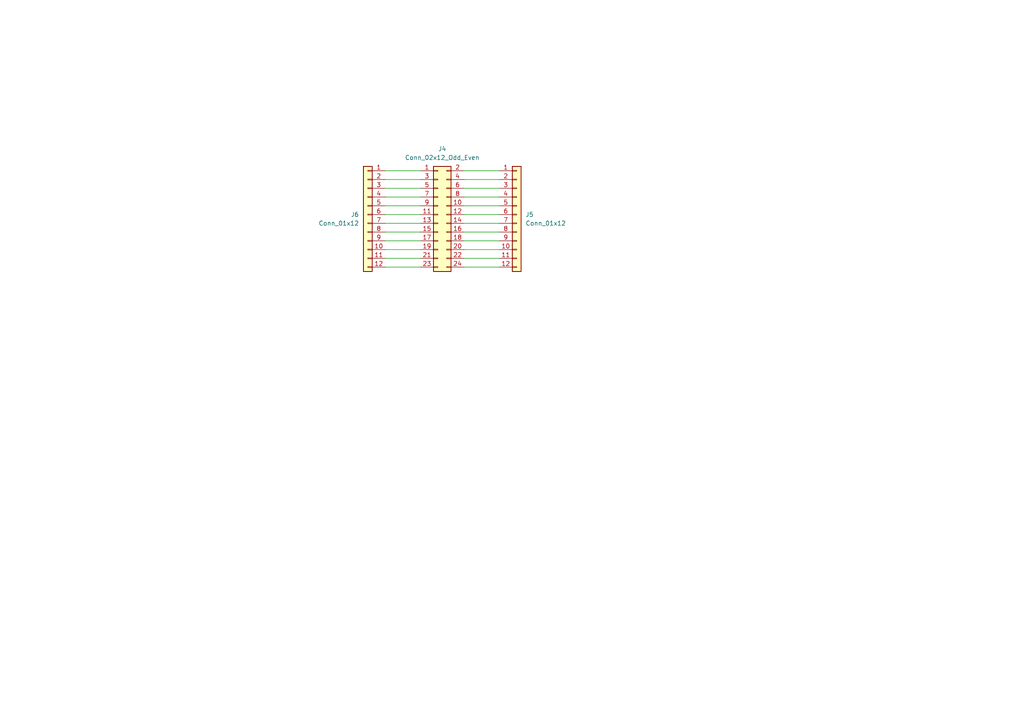
<source format=kicad_sch>
(kicad_sch (version 20250114) (generator "eeschema") (generator_version "9.0")
  (paper "A4")
  (lib_symbols
    (symbol "Connector_Generic:Conn_01x12" (pin_names (offset 1.016) (hide yes))
      (property "Reference" "J" (at 0 15.24 0))
      (property "Value" "Conn_01x12" (at 0 -17.78 0))
      (symbol "Conn_01x12_1_1"
        (rectangle (start -1.27 13.97) (end 1.27 -16.51) (stroke (width 0.254)) (fill (type background)))
        (rectangle (start -1.27 12.827) (end 0 12.573) (stroke (width 0.1524)))
        (rectangle (start -1.27 10.287) (end 0 10.033) (stroke (width 0.1524)))
        (rectangle (start -1.27 7.747) (end 0 7.493) (stroke (width 0.1524)))
        (rectangle (start -1.27 5.207) (end 0 4.953) (stroke (width 0.1524)))
        (rectangle (start -1.27 2.667) (end 0 2.413) (stroke (width 0.1524)))
        (rectangle (start -1.27 0.127) (end 0 -0.127) (stroke (width 0.1524)))
        (rectangle (start -1.27 -2.413) (end 0 -2.667) (stroke (width 0.1524)))
        (rectangle (start -1.27 -4.953) (end 0 -5.207) (stroke (width 0.1524)))
        (rectangle (start -1.27 -7.493) (end 0 -7.747) (stroke (width 0.1524)))
        (rectangle (start -1.27 -10.033) (end 0 -10.287) (stroke (width 0.1524)))
        (rectangle (start -1.27 -12.573) (end 0 -12.827) (stroke (width 0.1524)))
        (rectangle (start -1.27 -15.113) (end 0 -15.367) (stroke (width 0.1524)))
        (pin passive line (at -5.08 12.7 0) (length 3.81) (name "Pin_1") (number "1"))
        (pin passive line (at -5.08 10.16 0) (length 3.81) (name "Pin_2") (number "2"))
        (pin passive line (at -5.08 7.62 0) (length 3.81) (name "Pin_3") (number "3"))
        (pin passive line (at -5.08 5.08 0) (length 3.81) (name "Pin_4") (number "4"))
        (pin passive line (at -5.08 2.54 0) (length 3.81) (name "Pin_5") (number "5"))
        (pin passive line (at -5.08 0 0) (length 3.81) (name "Pin_6") (number "6"))
        (pin passive line (at -5.08 -2.54 0) (length 3.81) (name "Pin_7") (number "7"))
        (pin passive line (at -5.08 -5.08 0) (length 3.81) (name "Pin_8") (number "8"))
        (pin passive line (at -5.08 -7.62 0) (length 3.81) (name "Pin_9") (number "9"))
        (pin passive line (at -5.08 -10.16 0) (length 3.81) (name "Pin_10") (number "10"))
        (pin passive line (at -5.08 -12.7 0) (length 3.81) (name "Pin_11") (number "11"))
        (pin passive line (at -5.08 -15.24 0) (length 3.81) (name "Pin_12") (number "12"))
      )
    )
    (symbol "Connector_Generic:Conn_02x12_Odd_Even" (pin_names (offset 1.016) (hide yes))
      (property "Reference" "J" (at 1.27 15.24 0))
      (property "Value" "Conn_02x12_Odd_Even" (at 1.27 -17.78 0))
      (symbol "Conn_02x12_Odd_Even_1_1"
        (rectangle (start -1.27 13.97) (end 3.81 -16.51) (stroke (width 0.254)) (fill (type background)))
        (rectangle (start -1.27 12.827) (end 0 12.573) (stroke (width 0.1524)))
        (rectangle (start -1.27 10.287) (end 0 10.033) (stroke (width 0.1524)))
        (rectangle (start -1.27 7.747) (end 0 7.493) (stroke (width 0.1524)))
        (rectangle (start -1.27 5.207) (end 0 4.953) (stroke (width 0.1524)))
        (rectangle (start -1.27 2.667) (end 0 2.413) (stroke (width 0.1524)))
        (rectangle (start -1.27 0.127) (end 0 -0.127) (stroke (width 0.1524)))
        (rectangle (start -1.27 -2.413) (end 0 -2.667) (stroke (width 0.1524)))
        (rectangle (start -1.27 -4.953) (end 0 -5.207) (stroke (width 0.1524)))
        (rectangle (start -1.27 -7.493) (end 0 -7.747) (stroke (width 0.1524)))
        (rectangle (start -1.27 -10.033) (end 0 -10.287) (stroke (width 0.1524)))
        (rectangle (start -1.27 -12.573) (end 0 -12.827) (stroke (width 0.1524)))
        (rectangle (start -1.27 -15.113) (end 0 -15.367) (stroke (width 0.1524)))
        (rectangle (start 3.81 12.827) (end 2.54 12.573) (stroke (width 0.1524)))
        (rectangle (start 3.81 10.287) (end 2.54 10.033) (stroke (width 0.1524)))
        (rectangle (start 3.81 7.747) (end 2.54 7.493) (stroke (width 0.1524)))
        (rectangle (start 3.81 5.207) (end 2.54 4.953) (stroke (width 0.1524)))
        (rectangle (start 3.81 2.667) (end 2.54 2.413) (stroke (width 0.1524)))
        (rectangle (start 3.81 0.127) (end 2.54 -0.127) (stroke (width 0.1524)))
        (rectangle (start 3.81 -2.413) (end 2.54 -2.667) (stroke (width 0.1524)))
        (rectangle (start 3.81 -4.953) (end 2.54 -5.207) (stroke (width 0.1524)))
        (rectangle (start 3.81 -7.493) (end 2.54 -7.747) (stroke (width 0.1524)))
        (rectangle (start 3.81 -10.033) (end 2.54 -10.287) (stroke (width 0.1524)))
        (rectangle (start 3.81 -12.573) (end 2.54 -12.827) (stroke (width 0.1524)))
        (rectangle (start 3.81 -15.113) (end 2.54 -15.367) (stroke (width 0.1524)))
        (pin passive line (at -5.08 12.7 0) (length 3.81) (name "Pin_1") (number "1"))
        (pin passive line (at -5.08 10.16 0) (length 3.81) (name "Pin_3") (number "3"))
        (pin passive line (at -5.08 7.62 0) (length 3.81) (name "Pin_5") (number "5"))
        (pin passive line (at -5.08 5.08 0) (length 3.81) (name "Pin_7") (number "7"))
        (pin passive line (at -5.08 2.54 0) (length 3.81) (name "Pin_9") (number "9"))
        (pin passive line (at -5.08 0 0) (length 3.81) (name "Pin_11") (number "11"))
        (pin passive line (at -5.08 -2.54 0) (length 3.81) (name "Pin_13") (number "13"))
        (pin passive line (at -5.08 -5.08 0) (length 3.81) (name "Pin_15") (number "15"))
        (pin passive line (at -5.08 -7.62 0) (length 3.81) (name "Pin_17") (number "17"))
        (pin passive line (at -5.08 -10.16 0) (length 3.81) (name "Pin_19") (number "19"))
        (pin passive line (at -5.08 -12.7 0) (length 3.81) (name "Pin_21") (number "21"))
        (pin passive line (at -5.08 -15.24 0) (length 3.81) (name "Pin_23") (number "23"))
        (pin passive line (at 7.62 12.7 180) (length 3.81) (name "Pin_2") (number "2"))
        (pin passive line (at 7.62 10.16 180) (length 3.81) (name "Pin_4") (number "4"))
        (pin passive line (at 7.62 7.62 180) (length 3.81) (name "Pin_6") (number "6"))
        (pin passive line (at 7.62 5.08 180) (length 3.81) (name "Pin_8") (number "8"))
        (pin passive line (at 7.62 2.54 180) (length 3.81) (name "Pin_10") (number "10"))
        (pin passive line (at 7.62 0 180) (length 3.81) (name "Pin_12") (number "12"))
        (pin passive line (at 7.62 -2.54 180) (length 3.81) (name "Pin_14") (number "14"))
        (pin passive line (at 7.62 -5.08 180) (length 3.81) (name "Pin_16") (number "16"))
        (pin passive line (at 7.62 -7.62 180) (length 3.81) (name "Pin_18") (number "18"))
        (pin passive line (at 7.62 -10.16 180) (length 3.81) (name "Pin_20") (number "20"))
        (pin passive line (at 7.62 -12.7 180) (length 3.81) (name "Pin_22") (number "22"))
        (pin passive line (at 7.62 -15.24 180) (length 3.81) (name "Pin_24") (number "24"))
      )
    )
  )
  (wire (pts (xy 121.92 54.61) (xy 111.76 54.61)))
  (wire (pts (xy 134.62 59.69) (xy 144.78 59.69)))
  (wire (pts (xy 121.92 62.23) (xy 111.76 62.23)))
  (wire (pts (xy 121.92 57.15) (xy 111.76 57.15)))
  (wire (pts (xy 121.92 64.77) (xy 111.76 64.77)))
  (wire (pts (xy 134.62 57.15) (xy 144.78 57.15)))
  (wire (pts (xy 121.92 52.07) (xy 111.76 52.07)))
  (wire (pts (xy 121.92 69.85) (xy 111.76 69.85)))
  (wire (pts (xy 121.92 59.69) (xy 111.76 59.69)))
  (wire (pts (xy 121.92 74.93) (xy 111.76 74.93)))
  (wire (pts (xy 134.62 72.39) (xy 144.78 72.39)))
  (wire (pts (xy 121.92 67.31) (xy 111.76 67.31)))
  (wire (pts (xy 134.62 69.85) (xy 144.78 69.85)))
  (wire (pts (xy 134.62 62.23) (xy 144.78 62.23)))
  (wire (pts (xy 134.62 54.61) (xy 144.78 54.61)))
  (wire (pts (xy 134.62 52.07) (xy 144.78 52.07)))
  (wire (pts (xy 134.62 77.47) (xy 144.78 77.47)))
  (wire (pts (xy 134.62 64.77) (xy 144.78 64.77)))
  (wire (pts (xy 134.62 74.93) (xy 144.78 74.93)))
  (wire (pts (xy 121.92 72.39) (xy 111.76 72.39)))
  (wire (pts (xy 121.92 49.53) (xy 111.76 49.53)))
  (wire (pts (xy 134.62 67.31) (xy 144.78 67.31)))
  (wire (pts (xy 134.62 49.53) (xy 144.78 49.53)))
  (wire (pts (xy 121.92 77.47) (xy 111.76 77.47)))
  (symbol (lib_id "Connector_Generic:Conn_01x12") (at 149.86 62.23 0) (unit 1)
    (property "Reference" "J5" (at 152.4 62.2299 0) (effects (justify left)))
    (property "Value" "Conn_01x12" (at 152.4 64.7699 0) (effects (justify left)))
    (property "Footprint" "Connector_PinHeader_2.54mm:PinHeader_1x12_P2.54mm_Vertical" (effects (hide yes)))
    (property "Description" "Generic connector, single row, 01x12, script generated (kicad-library-utils/schlib/autogen/connector/)" (effects (hide yes)))
  )
  (symbol (lib_id "Connector_Generic:Conn_01x12") (at 106.68 62.23 0) (mirror y) (unit 1)
    (property "Reference" "J6" (at 104.14 62.2299 0) (effects (justify left)))
    (property "Value" "Conn_01x12" (at 104.14 64.7699 0) (effects (justify left)))
    (property "Footprint" "Connector_PinHeader_2.54mm:PinHeader_1x12_P2.54mm_Vertical" (effects (hide yes)))
    (property "Description" "Generic connector, single row, 01x12, script generated (kicad-library-utils/schlib/autogen/connector/)" (effects (hide yes)))
  )
  (symbol (lib_id "Connector_Generic:Conn_02x12_Odd_Even") (at 127 62.23 0) (unit 1)
    (property "Reference" "J4" (at 128.27 43.18 0))
    (property "Value" "Conn_02x12_Odd_Even" (at 128.27 45.72 0))
    (property "Footprint" "Connector_PinSocket_2.54mm:PinSocket_2x12_P2.54mm_Vertical" (effects (hide yes)))
    (property "Description" "Generic connector, double row, 02x12, odd/even pin numbering scheme (row 1 odd numbers, row 2 even numbers), script generated (kicad-library-utils/schlib/autogen/connector/)" (effects (hide yes)))
  )
)
</source>
